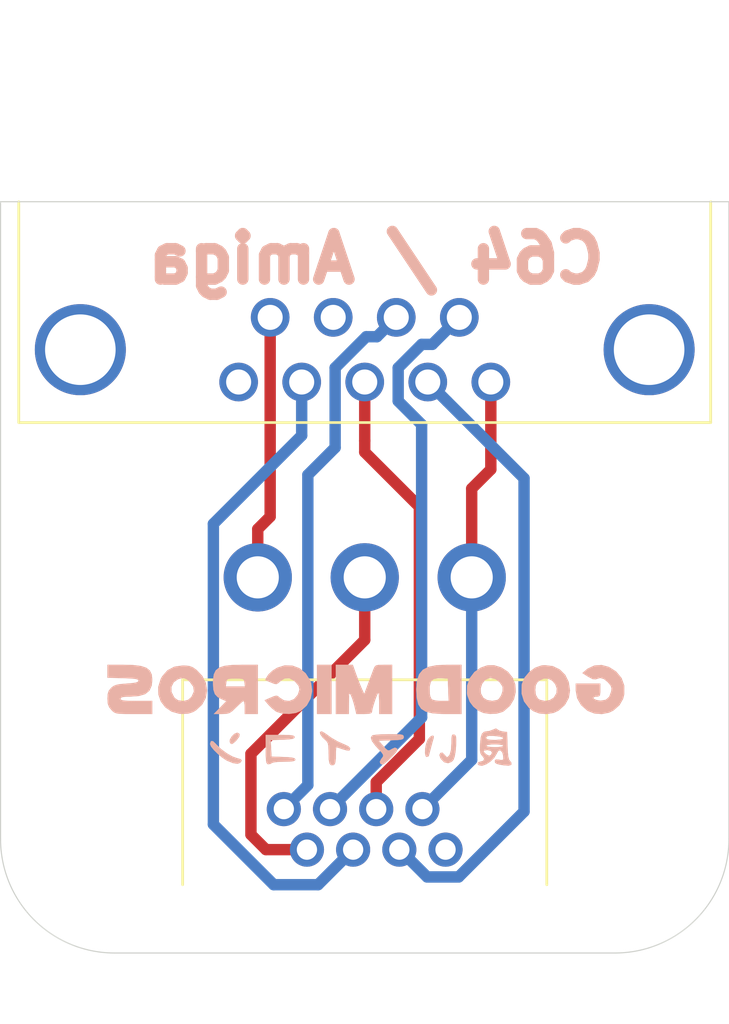
<source format=kicad_pcb>
(kicad_pcb (version 20171130) (host pcbnew 5.1.5+dfsg1-2build2)

  (general
    (thickness 1.6)
    (drawings 7)
    (tracks 47)
    (zones 0)
    (modules 6)
    (nets 11)
  )

  (page A4)
  (layers
    (0 F.Cu signal)
    (31 B.Cu signal)
    (32 B.Adhes user)
    (33 F.Adhes user)
    (34 B.Paste user)
    (35 F.Paste user)
    (36 B.SilkS user)
    (37 F.SilkS user)
    (38 B.Mask user)
    (39 F.Mask user)
    (40 Dwgs.User user)
    (41 Cmts.User user)
    (42 Eco1.User user)
    (43 Eco2.User user)
    (44 Edge.Cuts user)
    (45 Margin user)
    (46 B.CrtYd user)
    (47 F.CrtYd user)
    (48 B.Fab user)
    (49 F.Fab user)
  )

  (setup
    (last_trace_width 0.5)
    (trace_clearance 0.2)
    (zone_clearance 0.508)
    (zone_45_only no)
    (trace_min 0.2)
    (via_size 0.8)
    (via_drill 0.4)
    (via_min_size 0.4)
    (via_min_drill 0.3)
    (uvia_size 0.3)
    (uvia_drill 0.1)
    (uvias_allowed no)
    (uvia_min_size 0.2)
    (uvia_min_drill 0.1)
    (edge_width 0.05)
    (segment_width 0.2)
    (pcb_text_width 0.3)
    (pcb_text_size 1.5 1.5)
    (mod_edge_width 0.12)
    (mod_text_size 1 1)
    (mod_text_width 0.15)
    (pad_size 1.524 1.524)
    (pad_drill 0.762)
    (pad_to_mask_clearance 0.051)
    (solder_mask_min_width 0.25)
    (aux_axis_origin 0 0)
    (visible_elements FFFFFF7F)
    (pcbplotparams
      (layerselection 0x010f0_ffffffff)
      (usegerberextensions false)
      (usegerberattributes false)
      (usegerberadvancedattributes false)
      (creategerberjobfile false)
      (excludeedgelayer true)
      (linewidth 0.100000)
      (plotframeref false)
      (viasonmask false)
      (mode 1)
      (useauxorigin false)
      (hpglpennumber 1)
      (hpglpenspeed 20)
      (hpglpendiameter 15.000000)
      (psnegative false)
      (psa4output false)
      (plotreference true)
      (plotvalue true)
      (plotinvisibletext false)
      (padsonsilk false)
      (subtractmaskfromsilk false)
      (outputformat 1)
      (mirror false)
      (drillshape 0)
      (scaleselection 1)
      (outputdirectory "output/"))
  )

  (net 0 "")
  (net 1 "Net-(CN1-Pad5)")
  (net 2 /up)
  (net 3 /down)
  (net 4 /left)
  (net 5 /right)
  (net 6 /a)
  (net 7 /5V)
  (net 8 /GND)
  (net 9 /b)
  (net 10 "Net-(CN2-Pad7)")

  (net_class Default "This is the default net class."
    (clearance 0.2)
    (trace_width 0.5)
    (via_dia 0.8)
    (via_drill 0.4)
    (uvia_dia 0.3)
    (uvia_drill 0.1)
    (add_net /5V)
    (add_net /GND)
    (add_net /a)
    (add_net /b)
    (add_net /down)
    (add_net /left)
    (add_net /right)
    (add_net /up)
    (add_net "Net-(CN1-Pad5)")
    (add_net "Net-(CN2-Pad7)")
  )

  (module connectors:DB9 (layer F.Cu) (tedit 5FE87FC0) (tstamp 5FBFE110)
    (at 150 100 180)
    (path /5FBFEB21)
    (fp_text reference CN1 (at 0 5.5 180) (layer F.Fab)
      (effects (font (size 1 1) (thickness 0.15)))
    )
    (fp_text value 1x9 (at 0 -1 180) (layer F.Fab) hide
      (effects (font (size 1 1) (thickness 0.15)))
    )
    (fp_line (start -15.04 -3.5) (end 15.04 -3.5) (layer F.Fab) (width 0.12))
    (fp_line (start -15.04 14.8) (end 15.04 14.8) (layer F.Fab) (width 0.12))
    (fp_line (start -15.04 14.8) (end -15.04 -3.5) (layer F.Fab) (width 0.12))
    (fp_line (start 15.04 14.8) (end 15.04 -3.5) (layer F.Fab) (width 0.12))
    (fp_line (start -15.04 9) (end 15.04 9) (layer F.Fab) (width 0.12))
    (fp_line (start -15.2 6) (end -15.2 -3.7) (layer F.SilkS) (width 0.12))
    (fp_line (start -15.2 -3.7) (end 15.2 -3.7) (layer F.SilkS) (width 0.12))
    (fp_line (start 15.2 -3.7) (end 15.2 6) (layer F.SilkS) (width 0.12))
    (pad 1 thru_hole circle (at -5.54 -1.92 180) (size 1.7 1.7) (drill 1.1) (layers *.Cu *.Mask)
      (net 2 /up))
    (pad 2 thru_hole circle (at -2.77 -1.92 180) (size 1.7 1.7) (drill 1.1) (layers *.Cu *.Mask)
      (net 3 /down))
    (pad 3 thru_hole circle (at 0 -1.92 180) (size 1.7 1.7) (drill 1.1) (layers *.Cu *.Mask)
      (net 4 /left))
    (pad 4 thru_hole circle (at 2.77 -1.92 180) (size 1.7 1.7) (drill 1.1) (layers *.Cu *.Mask)
      (net 5 /right))
    (pad 5 thru_hole circle (at 5.54 -1.92 180) (size 1.7 1.7) (drill 1.1) (layers *.Cu *.Mask)
      (net 1 "Net-(CN1-Pad5)"))
    (pad 6 thru_hole circle (at -4.155 0.92 180) (size 1.7 1.7) (drill 1.1) (layers *.Cu *.Mask)
      (net 6 /a))
    (pad 7 thru_hole circle (at -1.385 0.92 180) (size 1.7 1.7) (drill 1.1) (layers *.Cu *.Mask)
      (net 7 /5V))
    (pad 8 thru_hole circle (at 1.385 0.92 180) (size 1.7 1.7) (drill 1.1) (layers *.Cu *.Mask)
      (net 8 /GND))
    (pad 9 thru_hole circle (at 4.155 0.92 180) (size 1.7 1.7) (drill 1.1) (layers *.Cu *.Mask)
      (net 9 /b))
    (pad 0 thru_hole circle (at 12.495 -0.5 180) (size 4 4) (drill 3.1) (layers *.Cu *.Mask))
    (pad 0 thru_hole circle (at -12.495 -0.5 180) (size 4 4) (drill 3.1) (layers *.Cu *.Mask))
    (model "${KICAD_SYMBOL_DIR}/3d/DB9 - 203-09SCKKBE.STEP"
      (offset (xyz 0 -9.1 6.5))
      (scale (xyz 1 1 1))
      (rotate (xyz -90 0 0))
    )
  )

  (module modular-jack:RJHSE-5080 (layer F.Cu) (tedit 5FE87F74) (tstamp 5FBFE125)
    (at 150 125)
    (path /5FBFEFE7)
    (fp_text reference CN2 (at 0 0.5) (layer F.Fab)
      (effects (font (size 1 1) (thickness 0.15)))
    )
    (fp_text value 1x8 (at 0 -0.5) (layer F.Fab) hide
      (effects (font (size 1 1) (thickness 0.15)))
    )
    (fp_line (start -8 -10) (end -8 -1) (layer F.SilkS) (width 0.12))
    (fp_line (start 8 -10) (end 8 -1) (layer F.SilkS) (width 0.12))
    (fp_line (start -8 -10) (end 8 -10) (layer F.SilkS) (width 0.12))
    (fp_line (start 7.875 5.08) (end 7.875 -9.91) (layer Dwgs.User) (width 0.12))
    (fp_line (start -7.875 -9.91) (end -7.875 5.08) (layer Dwgs.User) (width 0.12))
    (fp_line (start -7.875 -9.91) (end 7.9 -9.9) (layer Dwgs.User) (width 0.12))
    (fp_line (start -7.875 5.08) (end 7.875 5.08) (layer Dwgs.User) (width 0.12))
    (pad "" np_thru_hole circle (at -6.35 0 90) (size 3.25 3.25) (drill 3.25) (layers *.Cu *.Mask))
    (pad "" np_thru_hole circle (at 6.35 0 90) (size 3.25 3.25) (drill 3.25) (layers *.Cu *.Mask))
    (pad 8 thru_hole circle (at -3.555 -4.32) (size 1.5 1.5) (drill 0.89) (layers *.Cu *.Mask)
      (net 7 /5V))
    (pad 7 thru_hole circle (at -2.54 -2.54) (size 1.5 1.5) (drill 0.89) (layers *.Cu *.Mask)
      (net 10 "Net-(CN2-Pad7)"))
    (pad 6 thru_hole circle (at -1.525 -4.32) (size 1.5 1.5) (drill 0.89) (layers *.Cu *.Mask)
      (net 6 /a))
    (pad 5 thru_hole circle (at -0.51 -2.54) (size 1.5 1.5) (drill 0.89) (layers *.Cu *.Mask)
      (net 5 /right))
    (pad 4 thru_hole circle (at 0.505 -4.32) (size 1.5 1.5) (drill 0.89) (layers *.Cu *.Mask)
      (net 4 /left))
    (pad 3 thru_hole circle (at 1.52 -2.54) (size 1.5 1.5) (drill 0.89) (layers *.Cu *.Mask)
      (net 3 /down))
    (pad 2 thru_hole circle (at 2.535 -4.32) (size 1.5 1.5) (drill 0.89) (layers *.Cu *.Mask)
      (net 2 /up))
    (pad 1 thru_hole circle (at 3.55 -2.54) (size 1.5 1.5) (drill 0.89) (layers *.Cu *.Mask)
      (net 8 /GND))
    (model ${KICAD_SYMBOL_DIR}/3d/M-RJHSE-5080-REVT1.STEP
      (offset (xyz 0 1 3))
      (scale (xyz 1 1 1))
      (rotate (xyz -90 0 0))
    )
  )

  (module logos:gmlogo (layer B.Cu) (tedit 0) (tstamp 5FD669AF)
    (at 150 116.5 180)
    (fp_text reference G*** (at 0 0) (layer B.SilkS) hide
      (effects (font (size 1.524 1.524) (thickness 0.3)) (justify mirror))
    )
    (fp_text value LOGO (at 0.75 0) (layer B.SilkS) hide
      (effects (font (size 1.524 1.524) (thickness 0.3)) (justify mirror))
    )
    (fp_poly (pts (xy 11.303 2.159) (xy 11.303 1.591797) (xy 10.620375 1.573774) (xy 10.310312 1.562526)
      (xy 10.107333 1.546131) (xy 9.991532 1.521286) (xy 9.943006 1.484689) (xy 9.93775 1.4605)
      (xy 9.966135 1.409639) (xy 10.065168 1.373941) (xy 10.255666 1.348312) (xy 10.456798 1.3335)
      (xy 10.731759 1.31103) (xy 10.914845 1.277941) (xy 11.041173 1.22468) (xy 11.139423 1.147807)
      (xy 11.244029 1.022361) (xy 11.292383 0.871975) (xy 11.303 0.675031) (xy 11.287824 0.453072)
      (xy 11.229055 0.29802) (xy 11.132369 0.1781) (xy 11.058543 0.105032) (xy 10.985755 0.055309)
      (xy 10.889177 0.024437) (xy 10.743981 0.007924) (xy 10.525339 0.001278) (xy 10.208423 0.000006)
      (xy 10.148119 0) (xy 9.3345 0) (xy 9.3345 0.5715) (xy 10.033 0.5715)
      (xy 10.345657 0.574221) (xy 10.551525 0.584213) (xy 10.670731 0.604222) (xy 10.723404 0.636991)
      (xy 10.7315 0.66675) (xy 10.704043 0.720064) (xy 10.60589 0.749756) (xy 10.413369 0.761263)
      (xy 10.31671 0.762) (xy 9.928144 0.788482) (xy 9.645932 0.873049) (xy 9.459857 1.023383)
      (xy 9.359704 1.247165) (xy 9.3345 1.500559) (xy 9.359149 1.731673) (xy 9.442055 1.904931)
      (xy 9.596656 2.027313) (xy 9.836389 2.105796) (xy 10.174692 2.147358) (xy 10.60246 2.159001)
      (xy 11.303 2.159)) (layer B.SilkS) (width 0.01))
    (fp_poly (pts (xy 8.366504 2.074946) (xy 8.666502 1.91735) (xy 8.897335 1.653441) (xy 8.962121 1.535714)
      (xy 9.070189 1.187783) (xy 9.064252 0.850656) (xy 8.956698 0.544235) (xy 8.75991 0.28842)
      (xy 8.486277 0.103114) (xy 8.148182 0.008217) (xy 8.006349 0) (xy 7.744281 0.0181)
      (xy 7.542538 0.083775) (xy 7.412678 0.160912) (xy 7.144562 0.410448) (xy 6.98294 0.708064)
      (xy 6.935968 0.985754) (xy 7.504539 0.985754) (xy 7.60175 0.769198) (xy 7.624608 0.738814)
      (xy 7.759502 0.616829) (xy 7.936659 0.57328) (xy 8.001 0.5715) (xy 8.200402 0.598117)
      (xy 8.340946 0.695793) (xy 8.377391 0.738814) (xy 8.49046 0.966773) (xy 8.492179 1.193453)
      (xy 8.392921 1.389822) (xy 8.203061 1.526846) (xy 8.082919 1.562988) (xy 7.931966 1.572599)
      (xy 7.806644 1.517006) (xy 7.686044 1.409314) (xy 7.532386 1.196386) (xy 7.504539 0.985754)
      (xy 6.935968 0.985754) (xy 6.928115 1.032178) (xy 6.980391 1.361208) (xy 7.140072 1.673574)
      (xy 7.387769 1.932235) (xy 7.555918 2.049866) (xy 7.715708 2.108307) (xy 7.926732 2.126678)
      (xy 7.995671 2.12725) (xy 8.366504 2.074946)) (layer B.SilkS) (width 0.01))
    (fp_poly (pts (xy 5.836908 2.148402) (xy 6.163606 2.11033) (xy 6.394674 2.035369) (xy 6.54515 1.914106)
      (xy 6.630074 1.737125) (xy 6.664486 1.495011) (xy 6.6675 1.36525) (xy 6.649589 1.073098)
      (xy 6.585698 0.874447) (xy 6.460592 0.739574) (xy 6.304355 0.656853) (xy 6.078433 0.562456)
      (xy 6.354438 0.281228) (xy 6.630442 0) (xy 6.281192 0) (xy 6.081896 0.006563)
      (xy 5.943602 0.040872) (xy 5.817979 0.124859) (xy 5.6567 0.280454) (xy 5.6515 0.28575)
      (xy 5.498086 0.434525) (xy 5.377366 0.537878) (xy 5.320778 0.5715) (xy 5.290787 0.514721)
      (xy 5.272802 0.371068) (xy 5.2705 0.28575) (xy 5.2705 0) (xy 4.699 0)
      (xy 4.699 1.2065) (xy 5.262064 1.2065) (xy 6.104435 1.2065) (xy 6.084342 1.381125)
      (xy 6.065966 1.477917) (xy 6.018269 1.530129) (xy 5.909713 1.551493) (xy 5.708763 1.555739)
      (xy 5.68325 1.55575) (xy 5.471687 1.552432) (xy 5.35557 1.533325) (xy 5.303363 1.484697)
      (xy 5.283528 1.392819) (xy 5.282157 1.381125) (xy 5.262064 1.2065) (xy 4.699 1.2065)
      (xy 4.699 2.159) (xy 5.399539 2.159001) (xy 5.836908 2.148402)) (layer B.SilkS) (width 0.01))
    (fp_poly (pts (xy 3.843178 2.031309) (xy 4.047536 1.904204) (xy 4.214518 1.751671) (xy 4.260503 1.689957)
      (xy 4.381097 1.49225) (xy 4.127496 1.383814) (xy 3.965894 1.319957) (xy 3.868241 1.312954)
      (xy 3.782067 1.368903) (xy 3.717834 1.431439) (xy 3.516845 1.562974) (xy 3.306814 1.56862)
      (xy 3.093458 1.448627) (xy 3.043115 1.401885) (xy 2.902456 1.229353) (xy 2.865757 1.071004)
      (xy 2.925461 0.880247) (xy 2.950401 0.830042) (xy 3.105119 0.651226) (xy 3.312082 0.569645)
      (xy 3.535282 0.591211) (xy 3.720232 0.703651) (xy 3.811946 0.781611) (xy 3.891856 0.803264)
      (xy 4.007825 0.770358) (xy 4.129675 0.718596) (xy 4.398451 0.601391) (xy 4.223662 0.393665)
      (xy 4.066029 0.235672) (xy 3.89937 0.110073) (xy 3.869089 0.09297) (xy 3.620719 0.017842)
      (xy 3.321895 0.002316) (xy 3.029177 0.044256) (xy 2.812051 0.132928) (xy 2.54822 0.371361)
      (xy 2.378208 0.673462) (xy 2.310732 1.010935) (xy 2.35451 1.355484) (xy 2.398703 1.474721)
      (xy 2.597883 1.787531) (xy 2.865459 2.006766) (xy 3.180048 2.124184) (xy 3.520262 2.131547)
      (xy 3.843178 2.031309)) (layer B.SilkS) (width 0.01))
    (fp_poly (pts (xy 2.0955 0) (xy 1.4605 0) (xy 1.4605 2.159) (xy 2.0955 2.159)
      (xy 2.0955 0)) (layer B.SilkS) (width 0.01))
    (fp_poly (pts (xy 1.27 2.159) (xy 1.27 0) (xy 0.6985 0) (xy 0.695957 0.492125)
      (xy 0.692818 0.733733) (xy 0.683636 0.864974) (xy 0.664081 0.90247) (xy 0.629822 0.862845)
      (xy 0.609102 0.8255) (xy 0.545413 0.670675) (xy 0.477646 0.454212) (xy 0.446561 0.333375)
      (xy 0.368332 0) (xy 0.025416 0) (xy -0.177241 0.006994) (xy -0.282128 0.034152)
      (xy -0.318005 0.090738) (xy -0.319574 0.111125) (xy -0.34094 0.231016) (xy -0.392572 0.415413)
      (xy -0.459858 0.620565) (xy -0.528186 0.80272) (xy -0.582945 0.918128) (xy -0.593915 0.932582)
      (xy -0.613202 0.894523) (xy -0.627631 0.756819) (xy -0.634685 0.546802) (xy -0.635 0.486834)
      (xy -0.635 0) (xy -1.2065 0) (xy -1.2065 2.159) (xy -0.833204 2.159)
      (xy -0.622996 2.15516) (xy -0.502994 2.132407) (xy -0.436422 2.073894) (xy -0.386503 1.962774)
      (xy -0.382695 1.952625) (xy -0.206116 1.480948) (xy -0.067721 1.111919) (xy -0.058623 1.087692)
      (xy 0.021773 0.873633) (xy 0.132909 1.119442) (xy 0.215287 1.315367) (xy 0.313543 1.568197)
      (xy 0.384531 1.762126) (xy 0.525016 2.159001) (xy 0.897508 2.159001) (xy 1.27 2.159)) (layer B.SilkS) (width 0.01))
    (fp_poly (pts (xy -3.603625 2.158902) (xy -3.148588 2.137855) (xy -2.802542 2.068238) (xy -2.553495 1.940101)
      (xy -2.389453 1.743495) (xy -2.298422 1.468469) (xy -2.26841 1.105074) (xy -2.268362 1.051184)
      (xy -2.288812 0.690106) (xy -2.354629 0.419491) (xy -2.480445 0.227364) (xy -2.680891 0.101751)
      (xy -2.970601 0.030677) (xy -3.364206 0.002168) (xy -3.552847 0) (xy -4.2545 0)
      (xy -4.2545 0.5715) (xy -3.688343 0.5715) (xy -3.344197 0.5715) (xy -3.128308 0.585835)
      (xy -2.976199 0.623571) (xy -2.93494 0.650875) (xy -2.878763 0.773948) (xy -2.856636 0.889)
      (xy -2.850871 1.20245) (xy -2.902061 1.412026) (xy -3.020648 1.532032) (xy -3.217076 1.576771)
      (xy -3.357326 1.57479) (xy -3.65125 1.55575) (xy -3.669797 1.063625) (xy -3.688343 0.5715)
      (xy -4.2545 0.5715) (xy -4.2545 2.159) (xy -3.603625 2.158902)) (layer B.SilkS) (width 0.01))
    (fp_poly (pts (xy -5.381331 2.131801) (xy -5.105468 2.038005) (xy -4.820077 1.842928) (xy -4.613861 1.568192)
      (xy -4.500789 1.243122) (xy -4.494833 0.897041) (xy -4.514814 0.798198) (xy -4.612862 0.534377)
      (xy -4.773232 0.322356) (xy -4.994553 0.141486) (xy -5.221676 0.043092) (xy -5.510063 0.001249)
      (xy -5.806754 0.016997) (xy -6.058787 0.091377) (xy -6.10913 0.119588) (xy -6.382059 0.359605)
      (xy -6.556461 0.650055) (xy -6.633591 0.967647) (xy -6.621397 1.175207) (xy -6.058462 1.175207)
      (xy -6.056833 1.005327) (xy -5.995708 0.817042) (xy -5.897835 0.665622) (xy -5.827462 0.614001)
      (xy -5.60298 0.573061) (xy -5.377148 0.608977) (xy -5.209474 0.710474) (xy -5.105224 0.900506)
      (xy -5.092363 1.116632) (xy -5.157849 1.324737) (xy -5.288636 1.490706) (xy -5.471683 1.580425)
      (xy -5.544801 1.5875) (xy -5.741439 1.533136) (xy -5.924629 1.39634) (xy -6.045224 1.216563)
      (xy -6.058462 1.175207) (xy -6.621397 1.175207) (xy -6.614705 1.28909) (xy -6.501056 1.591095)
      (xy -6.293901 1.850369) (xy -6.005742 2.038583) (xy -5.684365 2.140287) (xy -5.381331 2.131801)) (layer B.SilkS) (width 0.01))
    (fp_poly (pts (xy -7.767446 2.128874) (xy -7.485151 2.030547) (xy -7.225336 1.841798) (xy -7.021318 1.594919)
      (xy -6.906416 1.322203) (xy -6.900018 1.288146) (xy -6.892119 0.895632) (xy -6.998068 0.552364)
      (xy -7.213748 0.267855) (xy -7.404309 0.122947) (xy -7.669947 0.022415) (xy -7.983859 -0.003382)
      (xy -8.292599 0.044524) (xy -8.513974 0.144387) (xy -8.798506 0.40024) (xy -8.966422 0.704953)
      (xy -9.017 1.028544) (xy -9.003266 1.122249) (xy -8.437795 1.122249) (xy -8.425353 0.91981)
      (xy -8.312721 0.724173) (xy -8.307432 0.718468) (xy -8.126004 0.605285) (xy -7.902962 0.571778)
      (xy -7.691915 0.621162) (xy -7.609126 0.676592) (xy -7.51629 0.842243) (xy -7.493 1.052983)
      (xy -7.511367 1.251611) (xy -7.582953 1.38457) (xy -7.666623 1.460855) (xy -7.868214 1.556813)
      (xy -8.065254 1.548771) (xy -8.238617 1.458889) (xy -8.369173 1.309329) (xy -8.437795 1.122249)
      (xy -9.003266 1.122249) (xy -8.961981 1.403907) (xy -8.807518 1.716935) (xy -8.569505 1.953634)
      (xy -8.263833 2.100009) (xy -7.906397 2.142066) (xy -7.767446 2.128874)) (layer B.SilkS) (width 0.01))
    (fp_poly (pts (xy -10.087711 2.126329) (xy -9.798735 1.992324) (xy -9.735292 1.942572) (xy -9.564082 1.795303)
      (xy -9.814416 1.63546) (xy -10.009957 1.533177) (xy -10.143627 1.520518) (xy -10.171701 1.531558)
      (xy -10.344729 1.583224) (xy -10.508447 1.535559) (xy -10.680314 1.394456) (xy -10.804428 1.249619)
      (xy -10.845789 1.12419) (xy -10.833425 1.001748) (xy -10.745158 0.757941) (xy -10.59345 0.620952)
      (xy -10.367891 0.582203) (xy -10.326972 0.58434) (xy -10.163144 0.615762) (xy -10.063083 0.668281)
      (xy -10.042444 0.722098) (xy -10.116888 0.757417) (xy -10.186459 0.762) (xy -10.287591 0.773102)
      (xy -10.335504 0.829172) (xy -10.349803 0.964356) (xy -10.3505 1.04775) (xy -10.3505 1.3335)
      (xy -9.271 1.3335) (xy -9.271 1.030741) (xy -9.331886 0.691383) (xy -9.50593 0.389214)
      (xy -9.780214 0.146134) (xy -9.80025 0.13349) (xy -10.089007 0.02147) (xy -10.417468 -0.003219)
      (xy -10.736084 0.058526) (xy -10.928549 0.153932) (xy -11.193334 0.38671) (xy -11.350541 0.6624)
      (xy -11.402789 0.871323) (xy -11.403158 1.242135) (xy -11.283576 1.57515) (xy -11.048164 1.859126)
      (xy -11.037218 1.868604) (xy -10.730567 2.063127) (xy -10.406193 2.149483) (xy -10.087711 2.126329)) (layer B.SilkS) (width 0.01))
    (fp_poly (pts (xy 5.728651 -0.874388) (xy 5.84464 -0.990115) (xy 5.923553 -1.126269) (xy 5.932251 -1.228378)
      (xy 5.882173 -1.313781) (xy 5.812592 -1.314431) (xy 5.69976 -1.224134) (xy 5.624693 -1.14816)
      (xy 5.51325 -0.995641) (xy 5.497481 -0.882618) (xy 5.5781 -0.827878) (xy 5.612428 -0.8255)
      (xy 5.728651 -0.874388)) (layer B.SilkS) (width 0.01))
    (fp_poly (pts (xy -2.878218 -0.999492) (xy -2.783803 -1.106365) (xy -2.759501 -1.148317) (xy -2.690949 -1.333175)
      (xy -2.65333 -1.539321) (xy -2.64907 -1.726846) (xy -2.680592 -1.855842) (xy -2.714592 -1.887575)
      (xy -2.799217 -1.864748) (xy -2.817081 -1.830905) (xy -2.84649 -1.72092) (xy -2.893515 -1.542816)
      (xy -2.91513 -1.4605) (xy -2.968577 -1.262421) (xy -3.014285 -1.102678) (xy -3.026422 -1.063625)
      (xy -3.029737 -0.968536) (xy -2.970266 -0.950353) (xy -2.878218 -0.999492)) (layer B.SilkS) (width 0.01))
    (fp_poly (pts (xy -3.860452 -0.905601) (xy -3.826726 -0.964083) (xy -3.812452 -1.103457) (xy -3.81 -1.284957)
      (xy -3.791459 -1.581249) (xy -3.737912 -1.777033) (xy -3.715545 -1.813488) (xy -3.643261 -1.894598)
      (xy -3.586113 -1.884059) (xy -3.507649 -1.79222) (xy -3.411445 -1.698028) (xy -3.336647 -1.707278)
      (xy -3.318814 -1.723086) (xy -3.280747 -1.806418) (xy -3.322789 -1.930588) (xy -3.349901 -1.97874)
      (xy -3.490709 -2.121054) (xy -3.661193 -2.162309) (xy -3.823674 -2.099942) (xy -3.898854 -2.016125)
      (xy -3.949683 -1.876193) (xy -3.989977 -1.650912) (xy -4.011443 -1.398975) (xy -4.018466 -1.152728)
      (xy -4.009496 -1.005966) (xy -3.97962 -0.93166) (xy -3.923922 -0.902779) (xy -3.921125 -0.902194)
      (xy -3.860452 -0.905601)) (layer B.SilkS) (width 0.01))
    (fp_poly (pts (xy 6.793362 -1.296991) (xy 6.7945 -1.32916) (xy 6.747061 -1.436337) (xy 6.623668 -1.588254)
      (xy 6.452699 -1.757244) (xy 6.262536 -1.91564) (xy 6.08156 -2.035773) (xy 6.055636 -2.049452)
      (xy 5.791587 -2.157374) (xy 5.589046 -2.187889) (xy 5.472119 -2.144719) (xy 5.405213 -2.051159)
      (xy 5.442401 -1.990214) (xy 5.594747 -1.945687) (xy 5.610063 -1.942756) (xy 5.819805 -1.866432)
      (xy 6.068959 -1.722765) (xy 6.314319 -1.540864) (xy 6.512678 -1.349839) (xy 6.540982 -1.315559)
      (xy 6.66421 -1.19847) (xy 6.752852 -1.192523) (xy 6.793362 -1.296991)) (layer B.SilkS) (width 0.01))
    (fp_poly (pts (xy 4.34975 -1.55488) (xy 4.346898 -1.849286) (xy 4.335906 -2.039502) (xy 4.31312 -2.148256)
      (xy 4.274887 -2.198279) (xy 4.244545 -2.209271) (xy 4.131611 -2.192632) (xy 4.097922 -2.162515)
      (xy 4.017497 -2.129966) (xy 3.841068 -2.106452) (xy 3.599521 -2.095768) (xy 3.552252 -2.0955)
      (xy 3.291187 -2.090702) (xy 3.134964 -2.073627) (xy 3.06169 -2.040251) (xy 3.048 -2.002818)
      (xy 3.07644 -1.954188) (xy 3.175541 -1.921869) (xy 3.365975 -1.901475) (xy 3.571875 -1.891693)
      (xy 4.09575 -1.87325) (xy 4.114715 -1.510743) (xy 4.133681 -1.148236) (xy 3.606715 -1.129743)
      (xy 3.338451 -1.115627) (xy 3.175645 -1.093219) (xy 3.096809 -1.057882) (xy 3.07975 -1.016)
      (xy 3.100733 -0.971582) (xy 3.17761 -0.943066) (xy 3.33127 -0.927316) (xy 3.5826 -0.9212)
      (xy 3.71475 -0.92075) (xy 4.34975 -0.92075) (xy 4.34975 -1.55488)) (layer B.SilkS) (width 0.01))
    (fp_poly (pts (xy -1.063625 -0.889972) (xy -0.781718 -0.89548) (xy -0.543002 -0.90955) (xy -0.378918 -0.929809)
      (xy -0.32658 -0.945544) (xy -0.269441 -1.042278) (xy -0.319231 -1.194916) (xy -0.477282 -1.406517)
      (xy -0.571828 -1.509095) (xy -0.726559 -1.674912) (xy -0.802007 -1.7814) (xy -0.808262 -1.859465)
      (xy -0.75541 -1.94001) (xy -0.72403 -1.975373) (xy -0.661616 -2.099276) (xy -0.694979 -2.19404)
      (xy -0.78401 -2.2225) (xy -0.864793 -2.179979) (xy -1.00274 -2.068308) (xy -1.168512 -1.911319)
      (xy -1.17436 -1.905396) (xy -1.342185 -1.723908) (xy -1.422245 -1.604869) (xy -1.425338 -1.530642)
      (xy -1.413358 -1.514957) (xy -1.327478 -1.479181) (xy -1.201173 -1.532846) (xy -1.183003 -1.544503)
      (xy -1.084808 -1.600154) (xy -1.009436 -1.597424) (xy -0.918616 -1.522314) (xy -0.818228 -1.411068)
      (xy -0.610472 -1.17475) (xy -1.162486 -1.156402) (xy -1.429116 -1.144952) (xy -1.593145 -1.128065)
      (xy -1.678966 -1.099429) (xy -1.710976 -1.052728) (xy -1.7145 -1.013527) (xy -1.705455 -0.957402)
      (xy -1.663203 -0.921283) (xy -1.565071 -0.900866) (xy -1.388387 -0.891847) (xy -1.110478 -0.889922)
      (xy -1.063625 -0.889972)) (layer B.SilkS) (width 0.01))
    (fp_poly (pts (xy 1.967836 -0.800751) (xy 1.947998 -0.89831) (xy 1.856571 -1.026634) (xy 1.778 -1.101505)
      (xy 1.679973 -1.19246) (xy 1.623001 -1.284166) (xy 1.59601 -1.413473) (xy 1.587923 -1.617235)
      (xy 1.5875 -1.735356) (xy 1.578222 -2.011186) (xy 1.54518 -2.177572) (xy 1.480558 -2.251063)
      (xy 1.37654 -2.248209) (xy 1.349375 -2.239604) (xy 1.298315 -2.156723) (xy 1.272722 -1.958355)
      (xy 1.27 -1.836208) (xy 1.266351 -1.636807) (xy 1.256881 -1.500571) (xy 1.246233 -1.4605)
      (xy 1.177281 -1.479678) (xy 1.032387 -1.527842) (xy 0.966224 -1.550907) (xy 0.800952 -1.598463)
      (xy 0.690586 -1.610391) (xy 0.672491 -1.603824) (xy 0.636239 -1.511674) (xy 0.718051 -1.42018)
      (xy 0.922045 -1.325049) (xy 0.949801 -1.315001) (xy 1.191455 -1.206322) (xy 1.446564 -1.05774)
      (xy 1.553601 -0.982597) (xy 1.721544 -0.862238) (xy 1.853011 -0.782114) (xy 1.905549 -0.762)
      (xy 1.967836 -0.800751)) (layer B.SilkS) (width 0.01))
    (fp_poly (pts (xy -5.6543 -0.682625) (xy -5.484328 -0.747655) (xy -5.374387 -0.762) (xy -5.239348 -0.785244)
      (xy -5.15146 -0.869169) (xy -5.099391 -1.035063) (xy -5.071808 -1.304215) (xy -5.070178 -1.3335)
      (xy -5.064057 -1.569994) (xy -5.081483 -1.71632) (xy -5.129366 -1.808216) (xy -5.169479 -1.847091)
      (xy -5.24748 -1.963084) (xy -5.211691 -2.057132) (xy -5.076253 -2.0955) (xy -4.970091 -2.129945)
      (xy -4.966227 -2.206413) (xy -5.02011 -2.25648) (xy -5.159362 -2.274922) (xy -5.338928 -2.210762)
      (xy -5.526925 -2.085881) (xy -5.691472 -1.92216) (xy -5.800686 -1.741479) (xy -5.810368 -1.714128)
      (xy -5.817678 -1.703021) (xy -5.59408 -1.703021) (xy -5.545667 -1.799166) (xy -5.474403 -1.83642)
      (xy -5.377421 -1.795745) (xy -5.318125 -1.753105) (xy -5.220622 -1.658365) (xy -5.240469 -1.605357)
      (xy -5.380777 -1.587593) (xy -5.3975 -1.5875) (xy -5.541879 -1.620711) (xy -5.59408 -1.703021)
      (xy -5.817678 -1.703021) (xy -5.881253 -1.606437) (xy -5.970199 -1.604051) (xy -6.048349 -1.694259)
      (xy -6.084811 -1.835019) (xy -6.091108 -1.978375) (xy -6.050311 -2.027633) (xy -5.930637 -2.014768)
      (xy -5.910186 -2.010712) (xy -5.767372 -1.99847) (xy -5.716318 -2.044609) (xy -5.715 -2.061589)
      (xy -5.72871 -2.137917) (xy -5.78889 -2.187474) (xy -5.924115 -2.224392) (xy -6.104368 -2.254151)
      (xy -6.326686 -2.269804) (xy -6.437724 -2.232854) (xy -6.444101 -2.224359) (xy -6.438683 -2.13177)
      (xy -6.389731 -2.0754) (xy -6.338511 -2.003919) (xy -6.303996 -1.86627) (xy -6.282377 -1.640452)
      (xy -6.272247 -1.397) (xy -6.096 -1.397) (xy -6.038161 -1.430823) (xy -5.887064 -1.453755)
      (xy -5.715 -1.4605) (xy -5.512058 -1.45086) (xy -5.37447 -1.425677) (xy -5.334 -1.397)
      (xy -5.39184 -1.363176) (xy -5.542937 -1.340244) (xy -5.715 -1.3335) (xy -5.917943 -1.343139)
      (xy -6.055531 -1.368322) (xy -6.096 -1.397) (xy -6.272247 -1.397) (xy -6.263196 -1.084914)
      (xy -6.085226 -1.084914) (xy -5.981106 -1.124155) (xy -5.756748 -1.142737) (xy -5.720292 -1.143)
      (xy -5.498992 -1.136274) (xy -5.379177 -1.111849) (xy -5.335837 -1.063354) (xy -5.334 -1.044581)
      (xy -5.357984 -0.98849) (xy -5.4477 -0.962978) (xy -5.629796 -0.962171) (xy -5.694109 -0.965206)
      (xy -5.939931 -0.993242) (xy -6.070902 -1.037211) (xy -6.085226 -1.084914) (xy -6.263196 -1.084914)
      (xy -6.25475 -0.79375) (xy -6.064457 -0.772145) (xy -5.913783 -0.734114) (xy -5.828269 -0.676895)
      (xy -5.76141 -0.636793) (xy -5.6543 -0.682625)) (layer B.SilkS) (width 0.01))
  )

  (module switch:100SP1T1B4M2QE (layer F.Cu) (tedit 5FD6540D) (tstamp 5FD654B1)
    (at 150 110.5 180)
    (path /5FD40BAE)
    (fp_text reference SW1 (at 0 0) (layer F.Fab) hide
      (effects (font (size 0.5 0.5) (thickness 0.125)))
    )
    (fp_text value spdt (at 0 -0.5) (layer F.Fab) hide
      (effects (font (size 1 1) (thickness 0.15)))
    )
    (fp_line (start -6.35 -3.43) (end 6.35 -3.43) (layer F.Fab) (width 0.12))
    (fp_line (start -6.35 3.43) (end 6.35 3.43) (layer F.Fab) (width 0.12))
    (fp_line (start 6.35 3.43) (end 6.35 -3.43) (layer F.Fab) (width 0.12))
    (fp_line (start -6.35 3.43) (end -6.35 -3.43) (layer F.Fab) (width 0.12))
    (pad 1 thru_hole circle (at -4.7 0 180) (size 3 3) (drill 1.85) (layers *.Cu *.Mask)
      (net 2 /up))
    (pad 2 thru_hole circle (at 0 0 180) (size 3 3) (drill 1.85) (layers *.Cu *.Mask)
      (net 10 "Net-(CN2-Pad7)"))
    (pad 3 thru_hole circle (at 4.7 0 180) (size 3 3) (drill 1.85) (layers *.Cu *.Mask)
      (net 9 /b))
    (model ${KICAD_SYMBOL_DIR}/3d/e-switch/100SPxT1B4M2xE.stp
      (offset (xyz 0 0 -24))
      (scale (xyz 0.9 1 1))
      (rotate (xyz 0 0 0))
    )
  )

  (module PCB:M3 (layer F.Cu) (tedit 5FAC14DC) (tstamp 5FBFDAD7)
    (at 139 110.5)
    (fp_text reference REF** (at 0 0.5) (layer F.SilkS) hide
      (effects (font (size 1 1) (thickness 0.15)))
    )
    (fp_text value M3 (at 0 -0.5) (layer F.Fab) hide
      (effects (font (size 1 1) (thickness 0.15)))
    )
    (pad "" np_thru_hole circle (at 0 0) (size 3.4 3.4) (drill 3.4) (layers *.Cu *.Mask)
      (solder_mask_margin 1.3))
  )

  (module PCB:M3 (layer F.Cu) (tedit 5FAC14DC) (tstamp 5FBFDA9D)
    (at 161 110.5)
    (fp_text reference REF** (at 0 0.5) (layer F.SilkS) hide
      (effects (font (size 1 1) (thickness 0.15)))
    )
    (fp_text value M3 (at 0 -0.5) (layer F.Fab) hide
      (effects (font (size 1 1) (thickness 0.15)))
    )
    (pad "" np_thru_hole circle (at 0 0) (size 3.4 3.4) (drill 3.4) (layers *.Cu *.Mask)
      (solder_mask_margin 1.3))
  )

  (gr_text "C64 / Amiga" (at 150.5 96.5) (layer B.SilkS)
    (effects (font (size 2 2) (thickness 0.5)) (justify mirror))
  )
  (gr_arc (start 139 122) (end 134 122) (angle -90) (layer Edge.Cuts) (width 0.05) (tstamp 5FBFDA67))
  (gr_arc (start 161 122) (end 161 127) (angle -90) (layer Edge.Cuts) (width 0.05))
  (gr_line (start 134 122) (end 134 94) (layer Edge.Cuts) (width 0.05) (tstamp 5FBFD9C4))
  (gr_line (start 161 127) (end 139 127) (layer Edge.Cuts) (width 0.05) (tstamp 5FBFDA26))
  (gr_line (start 166 94) (end 166 122) (layer Edge.Cuts) (width 0.05))
  (gr_line (start 134 94) (end 166 94) (layer Edge.Cuts) (width 0.05))

  (segment (start 157 120.786002) (end 157 106.15) (width 0.5) (layer B.Cu) (net 3))
  (segment (start 154.126001 123.660001) (end 157 120.786002) (width 0.5) (layer B.Cu) (net 3))
  (segment (start 152.740001 123.660001) (end 154.126001 123.660001) (width 0.5) (layer B.Cu) (net 3))
  (segment (start 157 106.15) (end 153.619999 102.769999) (width 0.5) (layer B.Cu) (net 3))
  (segment (start 151.54 122.46) (end 152.740001 123.660001) (width 0.5) (layer B.Cu) (net 3))
  (segment (start 153.619999 102.769999) (end 152.77 101.92) (width 0.5) (layer B.Cu) (net 3))
  (segment (start 151.52 122.46) (end 151.54 122.46) (width 0.5) (layer B.Cu) (net 3))
  (segment (start 147.23 101.92) (end 147.23 104.27) (width 0.5) (layer B.Cu) (net 5))
  (segment (start 143.349999 108.150001) (end 143.349999 121.349999) (width 0.5) (layer B.Cu) (net 5))
  (segment (start 147.23 104.27) (end 143.349999 108.150001) (width 0.5) (layer B.Cu) (net 5))
  (segment (start 143.349999 121.349999) (end 146 124) (width 0.5) (layer B.Cu) (net 5))
  (segment (start 147.95 124) (end 149.49 122.46) (width 0.5) (layer B.Cu) (net 5))
  (segment (start 146 124) (end 147.95 124) (width 0.5) (layer B.Cu) (net 5))
  (segment (start 152.5 100.265998) (end 152.969002 100.265998) (width 0.5) (layer B.Cu) (net 6))
  (segment (start 151.469999 101.295999) (end 152.5 100.265998) (width 0.5) (layer B.Cu) (net 6))
  (segment (start 151.469999 102.757) (end 151.469999 101.295999) (width 0.5) (layer B.Cu) (net 6))
  (segment (start 152.969002 100.265998) (end 154.155 99.08) (width 0.5) (layer B.Cu) (net 6))
  (segment (start 152.5 103.787001) (end 151.469999 102.757) (width 0.5) (layer B.Cu) (net 6))
  (segment (start 152.5 116.655) (end 152.5 103.787001) (width 0.5) (layer B.Cu) (net 6))
  (segment (start 148.475 120.68) (end 152.5 116.655) (width 0.5) (layer B.Cu) (net 6))
  (segment (start 150.535001 99.929999) (end 151.385 99.08) (width 0.5) (layer B.Cu) (net 7))
  (segment (start 150.065999 99.929999) (end 150.535001 99.929999) (width 0.5) (layer B.Cu) (net 7))
  (segment (start 148.699999 101.295999) (end 150.065999 99.929999) (width 0.5) (layer B.Cu) (net 7))
  (segment (start 148.699999 104.800001) (end 148.699999 101.295999) (width 0.5) (layer B.Cu) (net 7))
  (segment (start 147.5 106) (end 148.699999 104.800001) (width 0.5) (layer B.Cu) (net 7))
  (segment (start 147.5 119.625) (end 147.5 106) (width 0.5) (layer B.Cu) (net 7))
  (segment (start 146.445 120.68) (end 147.5 119.625) (width 0.5) (layer B.Cu) (net 7))
  (segment (start 145.845 109.955) (end 145.3 110.5) (width 0.5) (layer F.Cu) (net 9))
  (segment (start 154.7 118.515) (end 154.7 110.5) (width 0.5) (layer B.Cu) (net 2))
  (segment (start 152.535 120.68) (end 154.7 118.515) (width 0.5) (layer B.Cu) (net 2))
  (segment (start 154.7 106.6) (end 154.7 110.5) (width 0.5) (layer F.Cu) (net 2))
  (segment (start 155.54 105.76) (end 154.7 106.6) (width 0.5) (layer F.Cu) (net 2))
  (segment (start 155.54 101.92) (end 155.54 105.76) (width 0.5) (layer F.Cu) (net 2))
  (segment (start 150 104.5) (end 150 101.92) (width 0.5) (layer F.Cu) (net 4))
  (segment (start 150 105) (end 150 104.5) (width 0.5) (layer F.Cu) (net 4))
  (segment (start 152.4 107.4) (end 150 105) (width 0.5) (layer F.Cu) (net 4))
  (segment (start 152.4 117.6) (end 152.4 107.4) (width 0.5) (layer F.Cu) (net 4))
  (segment (start 150.505 119.495) (end 152.4 117.6) (width 0.5) (layer F.Cu) (net 4))
  (segment (start 150.505 120.68) (end 150.505 119.495) (width 0.5) (layer F.Cu) (net 4))
  (segment (start 145.3 108.37868) (end 145.3 110.5) (width 0.5) (layer F.Cu) (net 9))
  (segment (start 145.845 107.83368) (end 145.3 108.37868) (width 0.5) (layer F.Cu) (net 9))
  (segment (start 145.845 99.08) (end 145.845 107.83368) (width 0.5) (layer F.Cu) (net 9))
  (segment (start 145 118.25) (end 150 113.25) (width 0.5) (layer F.Cu) (net 10))
  (segment (start 145 121.8) (end 145 118.25) (width 0.5) (layer F.Cu) (net 10))
  (segment (start 150 113.25) (end 150 110.5) (width 0.5) (layer F.Cu) (net 10))
  (segment (start 145.66 122.46) (end 145 121.8) (width 0.5) (layer F.Cu) (net 10))
  (segment (start 147.46 122.46) (end 145.66 122.46) (width 0.5) (layer F.Cu) (net 10))

  (zone (net 8) (net_name /GND) (layer F.Cu) (tstamp 5FC00B42) (hatch edge 0.508)
    (connect_pads (clearance 0.508))
    (min_thickness 0.254)
    (fill (arc_segments 32) (thermal_gap 0.2) (thermal_bridge_width 0.508))
    (polygon
      (pts
        (xy 166 127) (xy 134 127) (xy 134 94) (xy 166 94)
      )
    )
  )
  (zone (net 8) (net_name /GND) (layer B.Cu) (tstamp 5FC00B3F) (hatch edge 0.508)
    (connect_pads (clearance 0.508))
    (min_thickness 0.254)
    (fill (arc_segments 32) (thermal_gap 0.2) (thermal_bridge_width 0.508))
    (polygon
      (pts
        (xy 166 127) (xy 134 127) (xy 134 94) (xy 166 94)
      )
    )
  )
)

</source>
